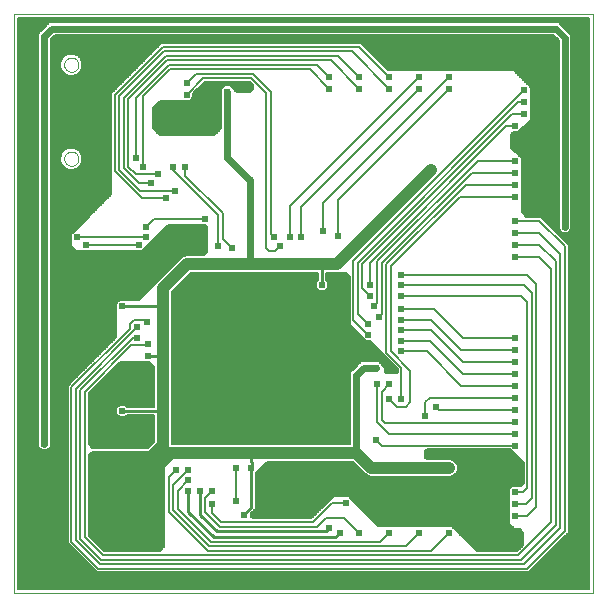
<source format=gbl>
G75*
G70*
%OFA0B0*%
%FSLAX24Y24*%
%IPPOS*%
%LPD*%
%AMOC8*
5,1,8,0,0,1.08239X$1,22.5*
%
%ADD10C,0.0000*%
%ADD11C,0.0238*%
%ADD12C,0.0400*%
%ADD13C,0.0100*%
%ADD14C,0.0240*%
%ADD15C,0.0060*%
D10*
X000980Y000980D02*
X000980Y020271D01*
X020271Y020271D01*
X020271Y000980D01*
X000980Y000980D01*
X002638Y015441D02*
X002640Y015471D01*
X002646Y015501D01*
X002655Y015530D01*
X002668Y015557D01*
X002685Y015582D01*
X002704Y015605D01*
X002727Y015626D01*
X002752Y015643D01*
X002778Y015657D01*
X002807Y015667D01*
X002836Y015674D01*
X002866Y015677D01*
X002897Y015676D01*
X002927Y015671D01*
X002956Y015662D01*
X002983Y015650D01*
X003009Y015635D01*
X003033Y015616D01*
X003054Y015594D01*
X003072Y015570D01*
X003087Y015543D01*
X003098Y015515D01*
X003106Y015486D01*
X003110Y015456D01*
X003110Y015426D01*
X003106Y015396D01*
X003098Y015367D01*
X003087Y015339D01*
X003072Y015312D01*
X003054Y015288D01*
X003033Y015266D01*
X003009Y015247D01*
X002983Y015232D01*
X002956Y015220D01*
X002927Y015211D01*
X002897Y015206D01*
X002866Y015205D01*
X002836Y015208D01*
X002807Y015215D01*
X002778Y015225D01*
X002752Y015239D01*
X002727Y015256D01*
X002704Y015277D01*
X002685Y015300D01*
X002668Y015325D01*
X002655Y015352D01*
X002646Y015381D01*
X002640Y015411D01*
X002638Y015441D01*
X002638Y018574D02*
X002640Y018604D01*
X002646Y018634D01*
X002655Y018663D01*
X002668Y018690D01*
X002685Y018715D01*
X002704Y018738D01*
X002727Y018759D01*
X002752Y018776D01*
X002778Y018790D01*
X002807Y018800D01*
X002836Y018807D01*
X002866Y018810D01*
X002897Y018809D01*
X002927Y018804D01*
X002956Y018795D01*
X002983Y018783D01*
X003009Y018768D01*
X003033Y018749D01*
X003054Y018727D01*
X003072Y018703D01*
X003087Y018676D01*
X003098Y018648D01*
X003106Y018619D01*
X003110Y018589D01*
X003110Y018559D01*
X003106Y018529D01*
X003098Y018500D01*
X003087Y018472D01*
X003072Y018445D01*
X003054Y018421D01*
X003033Y018399D01*
X003009Y018380D01*
X002983Y018365D01*
X002956Y018353D01*
X002927Y018344D01*
X002897Y018339D01*
X002866Y018338D01*
X002836Y018341D01*
X002807Y018348D01*
X002778Y018358D01*
X002752Y018372D01*
X002727Y018389D01*
X002704Y018410D01*
X002685Y018433D01*
X002668Y018458D01*
X002655Y018485D01*
X002646Y018514D01*
X002640Y018544D01*
X002638Y018574D01*
D11*
X001430Y019380D03*
X001530Y016980D03*
X001530Y016580D03*
X003430Y016580D03*
X003430Y016980D03*
X005030Y015480D03*
X005280Y015180D03*
X005780Y014930D03*
X005530Y014630D03*
X006030Y014130D03*
X006330Y014380D03*
X006280Y015180D03*
X006680Y015180D03*
X005980Y016580D03*
X005980Y016980D03*
X006730Y017580D03*
X006730Y017980D03*
X007680Y017830D03*
X008080Y017680D03*
X008680Y017830D03*
X010180Y019430D03*
X011480Y018180D03*
X011480Y017780D03*
X012480Y017780D03*
X012480Y018180D03*
X013480Y018180D03*
X013480Y017780D03*
X014480Y017780D03*
X014480Y018180D03*
X015480Y018180D03*
X015480Y017780D03*
X014980Y019430D03*
X013980Y019430D03*
X012980Y019430D03*
X011980Y019430D03*
X014880Y015080D03*
X012655Y012855D03*
X011780Y012880D03*
X011280Y013030D03*
X010530Y012830D03*
X010180Y012830D03*
X009830Y012530D03*
X009630Y012830D03*
X008830Y012980D03*
X008230Y012480D03*
X007780Y012530D03*
X007230Y013080D03*
X007330Y013430D03*
X006230Y012030D03*
X005930Y011780D03*
X005130Y012580D03*
X005380Y012830D03*
X005380Y013180D03*
X004580Y011480D03*
X004580Y010530D03*
X005080Y009830D03*
X005080Y009480D03*
X005430Y009280D03*
X005430Y008880D03*
X004580Y008480D03*
X003980Y009480D03*
X005399Y010011D03*
X007080Y010780D03*
X007080Y008780D03*
X009080Y008780D03*
X009080Y010780D03*
X011080Y010780D03*
X011230Y011230D03*
X012780Y009930D03*
X012780Y009580D03*
X013130Y010180D03*
X012980Y010530D03*
X012830Y010880D03*
X012830Y011230D03*
X013880Y011230D03*
X013880Y010880D03*
X013880Y010430D03*
X013880Y010080D03*
X013880Y009730D03*
X013880Y009380D03*
X013880Y009030D03*
X013530Y008480D03*
X013030Y008480D03*
X013080Y007930D03*
X013480Y007930D03*
X013480Y007430D03*
X013880Y007430D03*
X014680Y006880D03*
X015030Y007180D03*
X015130Y005580D03*
X014830Y005580D03*
X015480Y005130D03*
X013980Y004180D03*
X013980Y003730D03*
X013480Y002980D03*
X014480Y002980D03*
X015480Y002980D03*
X016130Y002830D03*
X017680Y002830D03*
X017680Y002480D03*
X017680Y003530D03*
X017680Y003930D03*
X017680Y004330D03*
X017680Y004730D03*
X017680Y005880D03*
X017680Y006280D03*
X017680Y006680D03*
X017680Y007080D03*
X017680Y007480D03*
X017680Y007880D03*
X017680Y008280D03*
X017680Y008680D03*
X017680Y009080D03*
X017680Y009480D03*
X019730Y009830D03*
X017680Y012180D03*
X017680Y012580D03*
X017680Y012980D03*
X017680Y013380D03*
X017680Y014180D03*
X017680Y014580D03*
X017680Y014980D03*
X017680Y015380D03*
X017680Y016130D03*
X017680Y016530D03*
X017980Y016930D03*
X017980Y017330D03*
X017980Y017730D03*
X018880Y019430D03*
X019730Y019430D03*
X019730Y014480D03*
X019330Y013180D03*
X013880Y011580D03*
X011080Y008780D03*
X011080Y006780D03*
X009080Y006780D03*
X008880Y005130D03*
X008380Y005130D03*
X007580Y004380D03*
X007180Y004380D03*
X006780Y004380D03*
X006780Y004730D03*
X006780Y005080D03*
X006380Y005080D03*
X007580Y003930D03*
X008380Y004030D03*
X008630Y003580D03*
X009030Y003580D03*
X007280Y001430D03*
X006930Y001430D03*
X004980Y003730D03*
X004980Y004080D03*
X004630Y004080D03*
X004280Y004080D03*
X004280Y003730D03*
X004630Y003730D03*
X003930Y003730D03*
X003930Y003380D03*
X003930Y003030D03*
X003930Y002680D03*
X003580Y003030D03*
X003580Y003380D03*
X003580Y003730D03*
X003580Y004080D03*
X003930Y004080D03*
X002330Y004180D03*
X001980Y004180D03*
X001980Y005930D03*
X002380Y008480D03*
X001530Y008480D03*
X001530Y009480D03*
X002380Y009480D03*
X002380Y010480D03*
X001530Y010480D03*
X001530Y011480D03*
X002380Y011480D03*
X001980Y012580D03*
X001980Y012880D03*
X003080Y012830D03*
X003380Y012580D03*
X004580Y007030D03*
X004580Y006230D03*
X007080Y006780D03*
X011480Y003130D03*
X011830Y002980D03*
X012480Y002980D03*
X012030Y003980D03*
X013030Y006080D03*
X012980Y001430D03*
X011980Y001430D03*
X013980Y001430D03*
X014980Y001430D03*
X019330Y001730D03*
X019730Y001730D03*
X019730Y005630D03*
X008830Y014730D03*
X003480Y001580D03*
X003030Y001580D03*
D12*
X005930Y005630D02*
X008880Y005630D01*
X012380Y005630D01*
X012880Y005130D01*
X015480Y005130D01*
X011730Y011930D02*
X011130Y011930D01*
X008680Y011930D01*
X006730Y011930D01*
X005930Y011130D01*
X005930Y010530D01*
X005930Y008880D01*
X005930Y007030D01*
X005930Y005630D01*
X011730Y011930D02*
X012655Y012855D01*
X014880Y015080D01*
D13*
X011230Y011830D02*
X011130Y011930D01*
X011230Y011830D02*
X011230Y011230D01*
X008830Y011980D02*
X008680Y011930D01*
X005930Y010530D02*
X004580Y010530D01*
X005430Y008880D02*
X005930Y008880D01*
X005930Y007030D02*
X004580Y007030D01*
X006780Y004380D02*
X006780Y003680D01*
X007630Y002830D01*
X011680Y002830D01*
X011830Y002980D01*
X011480Y003130D02*
X011380Y003030D01*
X007730Y003030D01*
X007180Y003580D01*
X007180Y004380D01*
X008630Y003580D02*
X008880Y003830D01*
X008880Y005130D01*
X008883Y005130D01*
X008883Y005329D01*
X008880Y005329D01*
X008880Y005630D01*
D14*
X012380Y005630D02*
X012380Y008230D01*
X012630Y008480D01*
X013030Y008480D01*
X008830Y011980D02*
X008830Y012980D01*
X008830Y014730D01*
X008080Y015480D01*
X008080Y017680D01*
X002230Y019780D02*
X001980Y019530D01*
X001980Y012880D01*
X001980Y012580D01*
X001980Y005930D01*
X002230Y019780D02*
X019030Y019780D01*
X019330Y019480D01*
X019330Y013180D01*
D15*
X019478Y013031D02*
X020141Y013031D01*
X020141Y012973D02*
X019420Y012973D01*
X019417Y012970D02*
X019540Y013093D01*
X019540Y019567D01*
X019240Y019867D01*
X019117Y019990D01*
X002143Y019990D01*
X001893Y019740D01*
X001770Y019617D01*
X001770Y012793D01*
X001770Y012667D01*
X001770Y005843D01*
X001893Y005720D01*
X002067Y005720D01*
X002190Y005843D01*
X002190Y019443D01*
X002317Y019570D01*
X018943Y019570D01*
X019120Y019393D01*
X019120Y013093D01*
X019243Y012970D01*
X019417Y012970D01*
X019537Y013090D02*
X020141Y013090D01*
X020141Y013148D02*
X019540Y013148D01*
X019540Y013207D02*
X020141Y013207D01*
X020141Y013265D02*
X019540Y013265D01*
X019540Y013324D02*
X020141Y013324D01*
X020141Y013382D02*
X019540Y013382D01*
X019540Y013441D02*
X020141Y013441D01*
X020141Y013499D02*
X019540Y013499D01*
X019540Y013558D02*
X020141Y013558D01*
X020141Y013616D02*
X019540Y013616D01*
X019540Y013675D02*
X020141Y013675D01*
X020141Y013733D02*
X019540Y013733D01*
X019540Y013792D02*
X020141Y013792D01*
X020141Y013850D02*
X019540Y013850D01*
X019540Y013909D02*
X020141Y013909D01*
X020141Y013967D02*
X019540Y013967D01*
X019540Y014026D02*
X020141Y014026D01*
X020141Y014084D02*
X019540Y014084D01*
X019540Y014143D02*
X020141Y014143D01*
X020141Y014201D02*
X019540Y014201D01*
X019540Y014260D02*
X020141Y014260D01*
X020141Y014318D02*
X019540Y014318D01*
X019540Y014377D02*
X020141Y014377D01*
X020141Y014435D02*
X019540Y014435D01*
X019540Y014494D02*
X020141Y014494D01*
X020141Y014552D02*
X019540Y014552D01*
X019540Y014611D02*
X020141Y014611D01*
X020141Y014669D02*
X019540Y014669D01*
X019540Y014728D02*
X020141Y014728D01*
X020141Y014786D02*
X019540Y014786D01*
X019540Y014845D02*
X020141Y014845D01*
X020141Y014903D02*
X019540Y014903D01*
X019540Y014962D02*
X020141Y014962D01*
X020141Y015020D02*
X019540Y015020D01*
X019540Y015079D02*
X020141Y015079D01*
X020141Y015137D02*
X019540Y015137D01*
X019540Y015196D02*
X020141Y015196D01*
X020141Y015254D02*
X019540Y015254D01*
X019540Y015313D02*
X020141Y015313D01*
X020141Y015371D02*
X019540Y015371D01*
X019540Y015430D02*
X020141Y015430D01*
X020141Y015488D02*
X019540Y015488D01*
X019540Y015547D02*
X020141Y015547D01*
X020141Y015605D02*
X019540Y015605D01*
X019540Y015664D02*
X020141Y015664D01*
X020141Y015722D02*
X019540Y015722D01*
X019540Y015781D02*
X020141Y015781D01*
X020141Y015839D02*
X019540Y015839D01*
X019540Y015898D02*
X020141Y015898D01*
X020141Y015956D02*
X019540Y015956D01*
X019540Y016015D02*
X020141Y016015D01*
X020141Y016073D02*
X019540Y016073D01*
X019540Y016132D02*
X020141Y016132D01*
X020141Y016190D02*
X019540Y016190D01*
X019540Y016249D02*
X020141Y016249D01*
X020141Y016307D02*
X019540Y016307D01*
X019540Y016366D02*
X020141Y016366D01*
X020141Y016424D02*
X019540Y016424D01*
X019540Y016483D02*
X020141Y016483D01*
X020141Y016541D02*
X019540Y016541D01*
X019540Y016600D02*
X020141Y016600D01*
X020141Y016658D02*
X019540Y016658D01*
X019540Y016717D02*
X020141Y016717D01*
X020141Y016775D02*
X019540Y016775D01*
X019540Y016834D02*
X020141Y016834D01*
X020141Y016892D02*
X019540Y016892D01*
X019540Y016951D02*
X020141Y016951D01*
X020141Y017009D02*
X019540Y017009D01*
X019540Y017068D02*
X020141Y017068D01*
X020141Y017126D02*
X019540Y017126D01*
X019540Y017185D02*
X020141Y017185D01*
X020141Y017243D02*
X019540Y017243D01*
X019540Y017302D02*
X020141Y017302D01*
X020141Y017360D02*
X019540Y017360D01*
X019540Y017419D02*
X020141Y017419D01*
X020141Y017477D02*
X019540Y017477D01*
X019540Y017536D02*
X020141Y017536D01*
X020141Y017594D02*
X019540Y017594D01*
X019540Y017653D02*
X020141Y017653D01*
X020141Y017711D02*
X019540Y017711D01*
X019540Y017770D02*
X020141Y017770D01*
X020141Y017828D02*
X019540Y017828D01*
X019540Y017887D02*
X020141Y017887D01*
X020141Y017945D02*
X019540Y017945D01*
X019540Y018004D02*
X020141Y018004D01*
X020141Y018062D02*
X019540Y018062D01*
X019540Y018121D02*
X020141Y018121D01*
X020141Y018179D02*
X019540Y018179D01*
X019540Y018238D02*
X020141Y018238D01*
X020141Y018296D02*
X019540Y018296D01*
X019540Y018355D02*
X020141Y018355D01*
X020141Y018413D02*
X019540Y018413D01*
X019540Y018472D02*
X020141Y018472D01*
X020141Y018530D02*
X019540Y018530D01*
X019540Y018589D02*
X020141Y018589D01*
X020141Y018647D02*
X019540Y018647D01*
X019540Y018706D02*
X020141Y018706D01*
X020141Y018764D02*
X019540Y018764D01*
X019540Y018823D02*
X020141Y018823D01*
X020141Y018881D02*
X019540Y018881D01*
X019540Y018940D02*
X020141Y018940D01*
X020141Y018998D02*
X019540Y018998D01*
X019540Y019057D02*
X020141Y019057D01*
X020141Y019115D02*
X019540Y019115D01*
X019540Y019174D02*
X020141Y019174D01*
X020141Y019232D02*
X019540Y019232D01*
X019540Y019291D02*
X020141Y019291D01*
X020141Y019349D02*
X019540Y019349D01*
X019540Y019408D02*
X020141Y019408D01*
X020141Y019466D02*
X019540Y019466D01*
X019540Y019525D02*
X020141Y019525D01*
X020141Y019583D02*
X019524Y019583D01*
X019465Y019642D02*
X020141Y019642D01*
X020141Y019700D02*
X019407Y019700D01*
X019348Y019759D02*
X020141Y019759D01*
X020141Y019817D02*
X019290Y019817D01*
X019231Y019876D02*
X020141Y019876D01*
X020141Y019934D02*
X019173Y019934D01*
X018988Y019525D02*
X002272Y019525D01*
X002213Y019466D02*
X019047Y019466D01*
X019105Y019408D02*
X002190Y019408D01*
X002190Y019349D02*
X019120Y019349D01*
X019120Y019291D02*
X012539Y019291D01*
X012530Y019300D02*
X005880Y019300D01*
X004280Y017700D01*
X004210Y017630D01*
X004210Y014980D01*
X004210Y014257D01*
X002915Y012962D01*
X002915Y012961D01*
X002871Y012917D01*
X002871Y012793D01*
X002870Y012792D01*
X002870Y012528D01*
X003010Y012388D01*
X003028Y012370D01*
X005232Y012370D01*
X006082Y013220D01*
X007338Y013220D01*
X007400Y013158D01*
X007400Y012332D01*
X007288Y012220D01*
X006672Y012220D01*
X006566Y012176D01*
X005766Y011376D01*
X005684Y011294D01*
X005682Y011290D01*
X005133Y010740D01*
X004568Y010740D01*
X004567Y010739D01*
X004493Y010739D01*
X004371Y010617D01*
X004371Y010478D01*
X004370Y010477D01*
X004370Y009490D01*
X002830Y007950D01*
X002760Y007880D01*
X002760Y002630D01*
X003660Y001730D01*
X003730Y001660D01*
X018130Y001660D01*
X019380Y002910D01*
X019450Y002980D01*
X019450Y012580D01*
X018530Y013500D01*
X018047Y013500D01*
X017890Y013657D01*
X017890Y015467D01*
X017872Y015485D01*
X017545Y015812D01*
X017545Y016248D01*
X017618Y016321D01*
X017767Y016321D01*
X017771Y016325D01*
X017772Y016325D01*
X018190Y016743D01*
X018190Y017757D01*
X018189Y017758D01*
X018189Y017792D01*
X018190Y017793D01*
X018190Y017817D01*
X017617Y018390D01*
X013440Y018390D01*
X012600Y019230D01*
X012530Y019300D01*
X012598Y019232D02*
X019120Y019232D01*
X019120Y019174D02*
X012656Y019174D01*
X012715Y019115D02*
X019120Y019115D01*
X019120Y019057D02*
X012773Y019057D01*
X012832Y018998D02*
X019120Y018998D01*
X019120Y018940D02*
X012890Y018940D01*
X012949Y018881D02*
X019120Y018881D01*
X019120Y018823D02*
X013007Y018823D01*
X013066Y018764D02*
X019120Y018764D01*
X019120Y018706D02*
X013124Y018706D01*
X013183Y018647D02*
X019120Y018647D01*
X019120Y018589D02*
X013241Y018589D01*
X013300Y018530D02*
X019120Y018530D01*
X019120Y018472D02*
X013358Y018472D01*
X013417Y018413D02*
X019120Y018413D01*
X019120Y018355D02*
X017653Y018355D01*
X017711Y018296D02*
X019120Y018296D01*
X019120Y018238D02*
X017770Y018238D01*
X017828Y018179D02*
X019120Y018179D01*
X019120Y018121D02*
X017887Y018121D01*
X017945Y018062D02*
X019120Y018062D01*
X019120Y018004D02*
X018004Y018004D01*
X018062Y017945D02*
X019120Y017945D01*
X019120Y017887D02*
X018121Y017887D01*
X018179Y017828D02*
X019120Y017828D01*
X019120Y017770D02*
X018189Y017770D01*
X018190Y017711D02*
X019120Y017711D01*
X019120Y017653D02*
X018190Y017653D01*
X018190Y017594D02*
X019120Y017594D01*
X019120Y017536D02*
X018190Y017536D01*
X018190Y017477D02*
X019120Y017477D01*
X019120Y017419D02*
X018190Y017419D01*
X018190Y017360D02*
X019120Y017360D01*
X019120Y017302D02*
X018190Y017302D01*
X018190Y017243D02*
X019120Y017243D01*
X019120Y017185D02*
X018190Y017185D01*
X018190Y017126D02*
X019120Y017126D01*
X019120Y017068D02*
X018190Y017068D01*
X018190Y017009D02*
X019120Y017009D01*
X019120Y016951D02*
X018190Y016951D01*
X018190Y016892D02*
X019120Y016892D01*
X019120Y016834D02*
X018190Y016834D01*
X018190Y016775D02*
X019120Y016775D01*
X019120Y016717D02*
X018164Y016717D01*
X018105Y016658D02*
X019120Y016658D01*
X019120Y016600D02*
X018047Y016600D01*
X017988Y016541D02*
X019120Y016541D01*
X019120Y016483D02*
X017930Y016483D01*
X017871Y016424D02*
X019120Y016424D01*
X019120Y016366D02*
X017813Y016366D01*
X017680Y016530D02*
X017380Y016530D01*
X012830Y011980D01*
X012830Y011230D01*
X012580Y011130D02*
X012830Y010880D01*
X012580Y011130D02*
X012580Y011930D01*
X017580Y016930D01*
X017980Y016930D01*
X017980Y017330D02*
X017780Y017330D01*
X012430Y011980D01*
X012430Y010280D01*
X012780Y009930D01*
X012780Y009580D02*
X012280Y010080D01*
X012280Y012030D01*
X017980Y017730D01*
X017604Y016307D02*
X019120Y016307D01*
X019120Y016249D02*
X017546Y016249D01*
X017545Y016190D02*
X019120Y016190D01*
X019120Y016132D02*
X017545Y016132D01*
X017545Y016073D02*
X019120Y016073D01*
X019120Y016015D02*
X017545Y016015D01*
X017545Y015956D02*
X019120Y015956D01*
X019120Y015898D02*
X017545Y015898D01*
X017545Y015839D02*
X019120Y015839D01*
X019120Y015781D02*
X017577Y015781D01*
X017635Y015722D02*
X019120Y015722D01*
X019120Y015664D02*
X017694Y015664D01*
X017752Y015605D02*
X019120Y015605D01*
X019120Y015547D02*
X017811Y015547D01*
X017869Y015488D02*
X019120Y015488D01*
X019120Y015430D02*
X017890Y015430D01*
X017890Y015371D02*
X019120Y015371D01*
X019120Y015313D02*
X017890Y015313D01*
X017890Y015254D02*
X019120Y015254D01*
X019120Y015196D02*
X017890Y015196D01*
X017890Y015137D02*
X019120Y015137D01*
X019120Y015079D02*
X017890Y015079D01*
X017890Y015020D02*
X019120Y015020D01*
X019120Y014962D02*
X017890Y014962D01*
X017890Y014903D02*
X019120Y014903D01*
X019120Y014845D02*
X017890Y014845D01*
X017890Y014786D02*
X019120Y014786D01*
X019120Y014728D02*
X017890Y014728D01*
X017890Y014669D02*
X019120Y014669D01*
X019120Y014611D02*
X017890Y014611D01*
X017890Y014552D02*
X019120Y014552D01*
X019120Y014494D02*
X017890Y014494D01*
X017890Y014435D02*
X019120Y014435D01*
X019120Y014377D02*
X017890Y014377D01*
X017890Y014318D02*
X019120Y014318D01*
X019120Y014260D02*
X017890Y014260D01*
X017890Y014201D02*
X019120Y014201D01*
X019120Y014143D02*
X017890Y014143D01*
X017890Y014084D02*
X019120Y014084D01*
X019120Y014026D02*
X017890Y014026D01*
X017890Y013967D02*
X019120Y013967D01*
X019120Y013909D02*
X017890Y013909D01*
X017890Y013850D02*
X019120Y013850D01*
X019120Y013792D02*
X017890Y013792D01*
X017890Y013733D02*
X019120Y013733D01*
X019120Y013675D02*
X017890Y013675D01*
X017931Y013616D02*
X019120Y013616D01*
X019120Y013558D02*
X017990Y013558D01*
X017680Y013380D02*
X018480Y013380D01*
X019330Y012530D01*
X019330Y003030D01*
X018080Y001780D01*
X003780Y001780D01*
X002880Y002680D01*
X002880Y007830D01*
X004830Y009780D01*
X004830Y009930D01*
X004980Y010080D01*
X005330Y010080D01*
X005399Y010011D01*
X005080Y009830D02*
X003030Y007780D01*
X003030Y002730D01*
X003830Y001930D01*
X017980Y001930D01*
X019180Y003130D01*
X019180Y012280D01*
X018480Y012980D01*
X017680Y012980D01*
X017680Y012580D02*
X018480Y012580D01*
X019030Y012030D01*
X019030Y003230D01*
X017880Y002080D01*
X003880Y002080D01*
X003180Y002780D01*
X003180Y007730D01*
X004930Y009480D01*
X005080Y009480D01*
X004880Y009230D02*
X003330Y007680D01*
X003330Y002830D01*
X003930Y002230D01*
X017780Y002230D01*
X018880Y003330D01*
X018880Y011780D01*
X018480Y012180D01*
X017680Y012180D01*
X018080Y011580D02*
X013880Y011580D01*
X013880Y011230D02*
X017980Y011230D01*
X018230Y010980D01*
X018230Y004130D01*
X018030Y003930D01*
X017680Y003930D01*
X017471Y003905D02*
X012397Y003905D01*
X012339Y003964D02*
X017471Y003964D01*
X017471Y004017D02*
X017471Y003843D01*
X017475Y003839D01*
X017475Y003621D01*
X017471Y003617D01*
X017471Y003443D01*
X017475Y003439D01*
X017475Y003258D01*
X017493Y003240D01*
X017615Y003118D01*
X017633Y003100D01*
X017818Y003100D01*
X017940Y002978D01*
X017940Y002560D01*
X017730Y002350D01*
X016407Y002350D01*
X015567Y003190D01*
X013112Y003190D01*
X012239Y004063D01*
X012239Y004067D01*
X012117Y004189D01*
X012113Y004189D01*
X012112Y004190D01*
X011623Y004190D01*
X011533Y004100D01*
X011530Y004100D01*
X010880Y003450D01*
X008922Y003450D01*
X008870Y003502D01*
X008870Y003622D01*
X008938Y003690D01*
X009020Y003772D01*
X009020Y004973D01*
X009387Y005340D01*
X012260Y005340D01*
X012634Y004966D01*
X012716Y004884D01*
X012822Y004840D01*
X015538Y004840D01*
X015644Y004884D01*
X015726Y004966D01*
X015770Y005072D01*
X015770Y005188D01*
X015726Y005294D01*
X015644Y005376D01*
X015538Y005420D01*
X014732Y005420D01*
X014675Y005477D01*
X014675Y005693D01*
X014742Y005760D01*
X017493Y005760D01*
X017960Y005293D01*
X017960Y004647D01*
X017853Y004540D01*
X017588Y004540D01*
X017570Y004522D01*
X017475Y004427D01*
X017475Y004421D01*
X017471Y004417D01*
X017471Y004243D01*
X017475Y004239D01*
X017475Y004021D01*
X017471Y004017D01*
X017475Y004022D02*
X012280Y004022D01*
X012225Y004081D02*
X017475Y004081D01*
X017475Y004139D02*
X012167Y004139D01*
X012030Y003980D02*
X011580Y003980D01*
X010930Y003330D01*
X007880Y003330D01*
X007580Y003630D01*
X007580Y003930D01*
X007330Y004130D02*
X007330Y003680D01*
X007830Y003180D01*
X011080Y003180D01*
X011380Y003480D01*
X011980Y003480D01*
X012480Y002980D01*
X012924Y003379D02*
X017475Y003379D01*
X017475Y003437D02*
X012865Y003437D01*
X012807Y003496D02*
X017471Y003496D01*
X017471Y003554D02*
X012748Y003554D01*
X012690Y003613D02*
X017471Y003613D01*
X017475Y003671D02*
X012631Y003671D01*
X012573Y003730D02*
X017475Y003730D01*
X017475Y003788D02*
X012514Y003788D01*
X012456Y003847D02*
X017471Y003847D01*
X017475Y004198D02*
X009020Y004198D01*
X009020Y004256D02*
X017471Y004256D01*
X017471Y004315D02*
X009020Y004315D01*
X009020Y004373D02*
X017471Y004373D01*
X017479Y004432D02*
X009020Y004432D01*
X009020Y004490D02*
X017538Y004490D01*
X017680Y004330D02*
X017930Y004330D01*
X018080Y004480D01*
X018080Y010680D01*
X017880Y010880D01*
X013880Y010880D01*
X013880Y010430D02*
X014980Y010430D01*
X015930Y009480D01*
X017680Y009480D01*
X017680Y009080D02*
X015880Y009080D01*
X014880Y010080D01*
X013880Y010080D01*
X013880Y009730D02*
X014880Y009730D01*
X015930Y008680D01*
X017680Y008680D01*
X017680Y008280D02*
X015930Y008280D01*
X014830Y009380D01*
X013880Y009380D01*
X013880Y009030D02*
X014730Y009030D01*
X015880Y007880D01*
X017680Y007880D01*
X017680Y007480D02*
X014830Y007480D01*
X014680Y007330D01*
X014680Y006880D01*
X015030Y007180D02*
X015130Y007080D01*
X017680Y007080D01*
X017680Y006680D02*
X017630Y006630D01*
X013330Y006630D01*
X013230Y006730D01*
X013230Y007680D01*
X013480Y007930D01*
X013377Y008290D02*
X013325Y008342D01*
X013325Y008482D01*
X013307Y008500D01*
X013117Y008690D01*
X012543Y008690D01*
X012293Y008440D01*
X012170Y008317D01*
X012170Y005920D01*
X006220Y005920D01*
X006220Y011010D01*
X006850Y011640D01*
X011090Y011640D01*
X011090Y011386D01*
X011021Y011317D01*
X011021Y011143D01*
X011143Y011021D01*
X011317Y011021D01*
X011439Y011143D01*
X011439Y011317D01*
X011370Y011386D01*
X011370Y011640D01*
X012018Y011640D01*
X012160Y011498D01*
X012160Y009903D01*
X012690Y009373D01*
X012708Y009355D01*
X012838Y009355D01*
X013260Y008933D01*
X013260Y008930D01*
X013330Y008860D01*
X013330Y008860D01*
X013760Y008430D01*
X013760Y008327D01*
X013723Y008290D01*
X013377Y008290D01*
X013375Y008293D02*
X013725Y008293D01*
X013760Y008351D02*
X013325Y008351D01*
X013325Y008410D02*
X013760Y008410D01*
X013722Y008468D02*
X013325Y008468D01*
X013281Y008527D02*
X013664Y008527D01*
X013605Y008585D02*
X013222Y008585D01*
X013164Y008644D02*
X013547Y008644D01*
X013488Y008702D02*
X006220Y008702D01*
X006220Y008644D02*
X012497Y008644D01*
X012438Y008585D02*
X006220Y008585D01*
X006220Y008527D02*
X012380Y008527D01*
X012321Y008468D02*
X006220Y008468D01*
X006220Y008410D02*
X012263Y008410D01*
X012204Y008351D02*
X006220Y008351D01*
X006220Y008293D02*
X012170Y008293D01*
X012170Y008234D02*
X006220Y008234D01*
X006220Y008176D02*
X012170Y008176D01*
X012170Y008117D02*
X006220Y008117D01*
X006220Y008059D02*
X012170Y008059D01*
X012170Y008000D02*
X006220Y008000D01*
X006220Y007942D02*
X012170Y007942D01*
X012170Y007883D02*
X006220Y007883D01*
X006220Y007825D02*
X012170Y007825D01*
X012170Y007766D02*
X006220Y007766D01*
X006220Y007708D02*
X012170Y007708D01*
X012170Y007649D02*
X006220Y007649D01*
X006220Y007591D02*
X012170Y007591D01*
X012170Y007532D02*
X006220Y007532D01*
X006220Y007474D02*
X012170Y007474D01*
X012170Y007415D02*
X006220Y007415D01*
X006220Y007357D02*
X012170Y007357D01*
X012170Y007298D02*
X006220Y007298D01*
X006220Y007240D02*
X012170Y007240D01*
X012170Y007181D02*
X006220Y007181D01*
X006220Y007123D02*
X012170Y007123D01*
X012170Y007064D02*
X006220Y007064D01*
X006220Y007006D02*
X012170Y007006D01*
X012170Y006947D02*
X006220Y006947D01*
X006220Y006889D02*
X012170Y006889D01*
X012170Y006830D02*
X006220Y006830D01*
X006220Y006772D02*
X012170Y006772D01*
X012170Y006713D02*
X006220Y006713D01*
X006220Y006655D02*
X012170Y006655D01*
X012170Y006596D02*
X006220Y006596D01*
X006220Y006538D02*
X012170Y006538D01*
X012170Y006479D02*
X006220Y006479D01*
X006220Y006421D02*
X012170Y006421D01*
X012170Y006362D02*
X006220Y006362D01*
X006220Y006304D02*
X012170Y006304D01*
X012170Y006245D02*
X006220Y006245D01*
X006220Y006187D02*
X012170Y006187D01*
X012170Y006128D02*
X006220Y006128D01*
X006220Y006070D02*
X012170Y006070D01*
X012170Y006011D02*
X006220Y006011D01*
X006220Y005953D02*
X012170Y005953D01*
X012291Y005309D02*
X009356Y005309D01*
X009298Y005251D02*
X012349Y005251D01*
X012408Y005192D02*
X009239Y005192D01*
X009181Y005134D02*
X012466Y005134D01*
X012525Y005075D02*
X009122Y005075D01*
X009064Y005017D02*
X012583Y005017D01*
X012642Y004958D02*
X009020Y004958D01*
X009020Y004900D02*
X012700Y004900D01*
X012820Y004841D02*
X009020Y004841D01*
X009020Y004783D02*
X017960Y004783D01*
X017960Y004841D02*
X015540Y004841D01*
X015660Y004900D02*
X017960Y004900D01*
X017960Y004958D02*
X015718Y004958D01*
X015747Y005017D02*
X017960Y005017D01*
X017960Y005075D02*
X015770Y005075D01*
X015770Y005134D02*
X017960Y005134D01*
X017960Y005192D02*
X015768Y005192D01*
X015744Y005251D02*
X017960Y005251D01*
X017944Y005309D02*
X015711Y005309D01*
X015653Y005368D02*
X017885Y005368D01*
X017827Y005426D02*
X014726Y005426D01*
X014675Y005485D02*
X017768Y005485D01*
X017710Y005543D02*
X014675Y005543D01*
X014675Y005602D02*
X017651Y005602D01*
X017593Y005660D02*
X014675Y005660D01*
X014701Y005719D02*
X017534Y005719D01*
X017680Y005880D02*
X013230Y005880D01*
X013030Y006080D01*
X013480Y006280D02*
X013080Y006680D01*
X013080Y007930D01*
X013480Y007430D02*
X013730Y007180D01*
X014030Y007180D01*
X014180Y007330D01*
X014180Y008380D01*
X013530Y009030D01*
X013530Y011880D01*
X015830Y014180D01*
X017680Y014180D01*
X017680Y014580D02*
X016030Y014580D01*
X013380Y011930D01*
X013380Y008980D01*
X013880Y008480D01*
X013880Y007430D01*
X013480Y006280D02*
X017680Y006280D01*
X017960Y004724D02*
X009020Y004724D01*
X009020Y004666D02*
X017960Y004666D01*
X017920Y004607D02*
X009020Y004607D01*
X009020Y004549D02*
X017861Y004549D01*
X018380Y003830D02*
X018080Y003530D01*
X017680Y003530D01*
X017475Y003320D02*
X012982Y003320D01*
X013041Y003262D02*
X017475Y003262D01*
X017530Y003203D02*
X013099Y003203D01*
X013480Y002980D02*
X013180Y002680D01*
X007530Y002680D01*
X006430Y003780D01*
X006430Y004380D01*
X006780Y004730D01*
X006780Y005080D02*
X006280Y004580D01*
X006280Y003730D01*
X007480Y002530D01*
X014030Y002530D01*
X014480Y002980D01*
X014880Y002380D02*
X015480Y002980D01*
X015613Y003145D02*
X017588Y003145D01*
X017832Y003086D02*
X015671Y003086D01*
X015730Y003028D02*
X017890Y003028D01*
X017940Y002969D02*
X015788Y002969D01*
X015847Y002911D02*
X017940Y002911D01*
X017940Y002852D02*
X015905Y002852D01*
X015964Y002794D02*
X017940Y002794D01*
X017940Y002735D02*
X016022Y002735D01*
X016081Y002677D02*
X017940Y002677D01*
X017940Y002618D02*
X016139Y002618D01*
X016198Y002560D02*
X017940Y002560D01*
X017881Y002501D02*
X016256Y002501D01*
X016315Y002443D02*
X017823Y002443D01*
X017764Y002384D02*
X016373Y002384D01*
X014880Y002380D02*
X007430Y002380D01*
X006130Y003680D01*
X006130Y004830D01*
X006380Y005080D01*
X006051Y005251D02*
X003450Y005251D01*
X003450Y005309D02*
X006109Y005309D01*
X006168Y005368D02*
X003450Y005368D01*
X003450Y005426D02*
X006226Y005426D01*
X006285Y005485D02*
X003450Y005485D01*
X003450Y005543D02*
X006317Y005543D01*
X006330Y005530D02*
X005980Y005180D01*
X005980Y002530D01*
X005830Y002380D01*
X003950Y002380D01*
X003478Y002852D01*
X005980Y002852D01*
X005980Y002794D02*
X003536Y002794D01*
X003478Y002852D02*
X003450Y004410D01*
X003450Y005550D01*
X003580Y005680D01*
X005480Y005680D01*
X005830Y006030D01*
X006330Y005530D01*
X006258Y005602D02*
X003502Y005602D01*
X003560Y005660D02*
X006200Y005660D01*
X006141Y005719D02*
X005519Y005719D01*
X005577Y005777D02*
X006083Y005777D01*
X006024Y005836D02*
X005636Y005836D01*
X005694Y005894D02*
X005966Y005894D01*
X005907Y005953D02*
X005753Y005953D01*
X005811Y006011D02*
X005849Y006011D01*
X005640Y006011D02*
X003450Y006011D01*
X003450Y005953D02*
X005583Y005953D01*
X005640Y006010D02*
X005430Y005800D01*
X003577Y005800D01*
X003450Y005927D01*
X003450Y007630D01*
X004490Y008670D01*
X005473Y008670D01*
X005640Y008503D01*
X005640Y007170D01*
X004736Y007170D01*
X004667Y007239D01*
X004493Y007239D01*
X004371Y007117D01*
X004371Y006943D01*
X004493Y006821D01*
X004667Y006821D01*
X004736Y006890D01*
X005640Y006890D01*
X005640Y006010D01*
X005640Y006070D02*
X003450Y006070D01*
X003450Y006128D02*
X005640Y006128D01*
X005640Y006187D02*
X003450Y006187D01*
X003450Y006245D02*
X005640Y006245D01*
X005640Y006304D02*
X003450Y006304D01*
X003450Y006362D02*
X005640Y006362D01*
X005640Y006421D02*
X003450Y006421D01*
X003450Y006479D02*
X005640Y006479D01*
X005640Y006538D02*
X003450Y006538D01*
X003450Y006596D02*
X005640Y006596D01*
X005640Y006655D02*
X003450Y006655D01*
X003450Y006713D02*
X005640Y006713D01*
X005640Y006772D02*
X003450Y006772D01*
X003450Y006830D02*
X004484Y006830D01*
X004426Y006889D02*
X003450Y006889D01*
X003450Y006947D02*
X004371Y006947D01*
X004371Y007006D02*
X003450Y007006D01*
X003450Y007064D02*
X004371Y007064D01*
X004377Y007123D02*
X003450Y007123D01*
X003450Y007181D02*
X004435Y007181D01*
X004676Y006830D02*
X005640Y006830D01*
X005640Y006889D02*
X004734Y006889D01*
X004725Y007181D02*
X005640Y007181D01*
X005640Y007240D02*
X003450Y007240D01*
X003450Y007298D02*
X005640Y007298D01*
X005640Y007357D02*
X003450Y007357D01*
X003450Y007415D02*
X005640Y007415D01*
X005640Y007474D02*
X003450Y007474D01*
X003450Y007532D02*
X005640Y007532D01*
X005640Y007591D02*
X003450Y007591D01*
X003469Y007649D02*
X005640Y007649D01*
X005640Y007708D02*
X003527Y007708D01*
X003586Y007766D02*
X005640Y007766D01*
X005640Y007825D02*
X003644Y007825D01*
X003703Y007883D02*
X005640Y007883D01*
X005640Y007942D02*
X003761Y007942D01*
X003820Y008000D02*
X005640Y008000D01*
X005640Y008059D02*
X003878Y008059D01*
X003937Y008117D02*
X005640Y008117D01*
X005640Y008176D02*
X003995Y008176D01*
X004054Y008234D02*
X005640Y008234D01*
X005640Y008293D02*
X004112Y008293D01*
X004171Y008351D02*
X005640Y008351D01*
X005640Y008410D02*
X004229Y008410D01*
X004288Y008468D02*
X005640Y008468D01*
X005616Y008527D02*
X004346Y008527D01*
X004405Y008585D02*
X005558Y008585D01*
X005499Y008644D02*
X004463Y008644D01*
X003992Y009112D02*
X002190Y009112D01*
X002190Y009170D02*
X004050Y009170D01*
X004109Y009229D02*
X002190Y009229D01*
X002190Y009287D02*
X004167Y009287D01*
X004226Y009346D02*
X002190Y009346D01*
X002190Y009404D02*
X004284Y009404D01*
X004343Y009463D02*
X002190Y009463D01*
X002190Y009521D02*
X004370Y009521D01*
X004370Y009580D02*
X002190Y009580D01*
X002190Y009638D02*
X004370Y009638D01*
X004370Y009697D02*
X002190Y009697D01*
X002190Y009755D02*
X004370Y009755D01*
X004370Y009814D02*
X002190Y009814D01*
X002190Y009872D02*
X004370Y009872D01*
X004370Y009931D02*
X002190Y009931D01*
X002190Y009989D02*
X004370Y009989D01*
X004370Y010048D02*
X002190Y010048D01*
X002190Y010106D02*
X004370Y010106D01*
X004370Y010165D02*
X002190Y010165D01*
X002190Y010223D02*
X004370Y010223D01*
X004370Y010282D02*
X002190Y010282D01*
X002190Y010340D02*
X004370Y010340D01*
X004370Y010399D02*
X002190Y010399D01*
X002190Y010457D02*
X004370Y010457D01*
X004371Y010516D02*
X002190Y010516D01*
X002190Y010574D02*
X004371Y010574D01*
X004387Y010633D02*
X002190Y010633D01*
X002190Y010691D02*
X004445Y010691D01*
X005142Y010750D02*
X002190Y010750D01*
X002190Y010808D02*
X005201Y010808D01*
X005259Y010867D02*
X002190Y010867D01*
X002190Y010925D02*
X005318Y010925D01*
X005376Y010984D02*
X002190Y010984D01*
X002190Y011042D02*
X005435Y011042D01*
X005493Y011101D02*
X002190Y011101D01*
X002190Y011159D02*
X005552Y011159D01*
X005610Y011218D02*
X002190Y011218D01*
X002190Y011276D02*
X005669Y011276D01*
X005724Y011335D02*
X002190Y011335D01*
X002190Y011393D02*
X005783Y011393D01*
X005841Y011452D02*
X002190Y011452D01*
X002190Y011510D02*
X005900Y011510D01*
X005958Y011569D02*
X002190Y011569D01*
X002190Y011627D02*
X006017Y011627D01*
X006075Y011686D02*
X002190Y011686D01*
X002190Y011744D02*
X006134Y011744D01*
X006192Y011803D02*
X002190Y011803D01*
X002190Y011861D02*
X006251Y011861D01*
X006309Y011920D02*
X002190Y011920D01*
X002190Y011978D02*
X006368Y011978D01*
X006426Y012037D02*
X002190Y012037D01*
X002190Y012095D02*
X006485Y012095D01*
X006543Y012154D02*
X002190Y012154D01*
X002190Y012212D02*
X006653Y012212D01*
X006837Y011627D02*
X011090Y011627D01*
X011090Y011569D02*
X006779Y011569D01*
X006720Y011510D02*
X011090Y011510D01*
X011090Y011452D02*
X006662Y011452D01*
X006603Y011393D02*
X011090Y011393D01*
X011039Y011335D02*
X006545Y011335D01*
X006486Y011276D02*
X011021Y011276D01*
X011021Y011218D02*
X006428Y011218D01*
X006369Y011159D02*
X011021Y011159D01*
X011064Y011101D02*
X006311Y011101D01*
X006252Y011042D02*
X011122Y011042D01*
X011338Y011042D02*
X012160Y011042D01*
X012160Y010984D02*
X006220Y010984D01*
X006220Y010925D02*
X012160Y010925D01*
X012160Y010867D02*
X006220Y010867D01*
X006220Y010808D02*
X012160Y010808D01*
X012160Y010750D02*
X006220Y010750D01*
X006220Y010691D02*
X012160Y010691D01*
X012160Y010633D02*
X006220Y010633D01*
X006220Y010574D02*
X012160Y010574D01*
X012160Y010516D02*
X006220Y010516D01*
X006220Y010457D02*
X012160Y010457D01*
X012160Y010399D02*
X006220Y010399D01*
X006220Y010340D02*
X012160Y010340D01*
X012160Y010282D02*
X006220Y010282D01*
X006220Y010223D02*
X012160Y010223D01*
X012160Y010165D02*
X006220Y010165D01*
X006220Y010106D02*
X012160Y010106D01*
X012160Y010048D02*
X006220Y010048D01*
X006220Y009989D02*
X012160Y009989D01*
X012160Y009931D02*
X006220Y009931D01*
X006220Y009872D02*
X012191Y009872D01*
X012249Y009814D02*
X006220Y009814D01*
X006220Y009755D02*
X012308Y009755D01*
X012366Y009697D02*
X006220Y009697D01*
X006220Y009638D02*
X012425Y009638D01*
X012483Y009580D02*
X006220Y009580D01*
X006220Y009521D02*
X012542Y009521D01*
X012600Y009463D02*
X006220Y009463D01*
X006220Y009404D02*
X012659Y009404D01*
X012847Y009346D02*
X006220Y009346D01*
X006220Y009287D02*
X012906Y009287D01*
X012964Y009229D02*
X006220Y009229D01*
X006220Y009170D02*
X013023Y009170D01*
X013081Y009112D02*
X006220Y009112D01*
X006220Y009053D02*
X013140Y009053D01*
X013198Y008995D02*
X006220Y008995D01*
X006220Y008936D02*
X013257Y008936D01*
X013313Y008878D02*
X006220Y008878D01*
X006220Y008819D02*
X013371Y008819D01*
X013430Y008761D02*
X006220Y008761D01*
X005430Y009280D02*
X005380Y009230D01*
X004880Y009230D01*
X003933Y009053D02*
X002190Y009053D01*
X002190Y008995D02*
X003875Y008995D01*
X003816Y008936D02*
X002190Y008936D01*
X002190Y008878D02*
X003758Y008878D01*
X003699Y008819D02*
X002190Y008819D01*
X002190Y008761D02*
X003641Y008761D01*
X003582Y008702D02*
X002190Y008702D01*
X002190Y008644D02*
X003524Y008644D01*
X003465Y008585D02*
X002190Y008585D01*
X002190Y008527D02*
X003407Y008527D01*
X003348Y008468D02*
X002190Y008468D01*
X002190Y008410D02*
X003290Y008410D01*
X003231Y008351D02*
X002190Y008351D01*
X002190Y008293D02*
X003173Y008293D01*
X003114Y008234D02*
X002190Y008234D01*
X002190Y008176D02*
X003056Y008176D01*
X002997Y008117D02*
X002190Y008117D01*
X002190Y008059D02*
X002939Y008059D01*
X002880Y008000D02*
X002190Y008000D01*
X002190Y007942D02*
X002822Y007942D01*
X002763Y007883D02*
X002190Y007883D01*
X002190Y007825D02*
X002760Y007825D01*
X002760Y007766D02*
X002190Y007766D01*
X002190Y007708D02*
X002760Y007708D01*
X002760Y007649D02*
X002190Y007649D01*
X002190Y007591D02*
X002760Y007591D01*
X002760Y007532D02*
X002190Y007532D01*
X002190Y007474D02*
X002760Y007474D01*
X002760Y007415D02*
X002190Y007415D01*
X002190Y007357D02*
X002760Y007357D01*
X002760Y007298D02*
X002190Y007298D01*
X002190Y007240D02*
X002760Y007240D01*
X002760Y007181D02*
X002190Y007181D01*
X002190Y007123D02*
X002760Y007123D01*
X002760Y007064D02*
X002190Y007064D01*
X002190Y007006D02*
X002760Y007006D01*
X002760Y006947D02*
X002190Y006947D01*
X002190Y006889D02*
X002760Y006889D01*
X002760Y006830D02*
X002190Y006830D01*
X002190Y006772D02*
X002760Y006772D01*
X002760Y006713D02*
X002190Y006713D01*
X002190Y006655D02*
X002760Y006655D01*
X002760Y006596D02*
X002190Y006596D01*
X002190Y006538D02*
X002760Y006538D01*
X002760Y006479D02*
X002190Y006479D01*
X002190Y006421D02*
X002760Y006421D01*
X002760Y006362D02*
X002190Y006362D01*
X002190Y006304D02*
X002760Y006304D01*
X002760Y006245D02*
X002190Y006245D01*
X002190Y006187D02*
X002760Y006187D01*
X002760Y006128D02*
X002190Y006128D01*
X002190Y006070D02*
X002760Y006070D01*
X002760Y006011D02*
X002190Y006011D01*
X002190Y005953D02*
X002760Y005953D01*
X002760Y005894D02*
X002190Y005894D01*
X002183Y005836D02*
X002760Y005836D01*
X002760Y005777D02*
X002124Y005777D01*
X001836Y005777D02*
X001110Y005777D01*
X001110Y005719D02*
X002760Y005719D01*
X002760Y005660D02*
X001110Y005660D01*
X001110Y005602D02*
X002760Y005602D01*
X002760Y005543D02*
X001110Y005543D01*
X001110Y005485D02*
X002760Y005485D01*
X002760Y005426D02*
X001110Y005426D01*
X001110Y005368D02*
X002760Y005368D01*
X002760Y005309D02*
X001110Y005309D01*
X001110Y005251D02*
X002760Y005251D01*
X002760Y005192D02*
X001110Y005192D01*
X001110Y005134D02*
X002760Y005134D01*
X002760Y005075D02*
X001110Y005075D01*
X001110Y005017D02*
X002760Y005017D01*
X002760Y004958D02*
X001110Y004958D01*
X001110Y004900D02*
X002760Y004900D01*
X002760Y004841D02*
X001110Y004841D01*
X001110Y004783D02*
X002760Y004783D01*
X002760Y004724D02*
X001110Y004724D01*
X001110Y004666D02*
X002760Y004666D01*
X002760Y004607D02*
X001110Y004607D01*
X001110Y004549D02*
X002760Y004549D01*
X002760Y004490D02*
X001110Y004490D01*
X001110Y004432D02*
X002760Y004432D01*
X002760Y004373D02*
X001110Y004373D01*
X001110Y004315D02*
X002760Y004315D01*
X002760Y004256D02*
X001110Y004256D01*
X001110Y004198D02*
X002760Y004198D01*
X002760Y004139D02*
X001110Y004139D01*
X001110Y004081D02*
X002760Y004081D01*
X002760Y004022D02*
X001110Y004022D01*
X001110Y003964D02*
X002760Y003964D01*
X002760Y003905D02*
X001110Y003905D01*
X001110Y003847D02*
X002760Y003847D01*
X002760Y003788D02*
X001110Y003788D01*
X001110Y003730D02*
X002760Y003730D01*
X002760Y003671D02*
X001110Y003671D01*
X001110Y003613D02*
X002760Y003613D01*
X002760Y003554D02*
X001110Y003554D01*
X001110Y003496D02*
X002760Y003496D01*
X002760Y003437D02*
X001110Y003437D01*
X001110Y003379D02*
X002760Y003379D01*
X002760Y003320D02*
X001110Y003320D01*
X001110Y003262D02*
X002760Y003262D01*
X002760Y003203D02*
X001110Y003203D01*
X001110Y003145D02*
X002760Y003145D01*
X002760Y003086D02*
X001110Y003086D01*
X001110Y003028D02*
X002760Y003028D01*
X002760Y002969D02*
X001110Y002969D01*
X001110Y002911D02*
X002760Y002911D01*
X002760Y002852D02*
X001110Y002852D01*
X001110Y002794D02*
X002760Y002794D01*
X002760Y002735D02*
X001110Y002735D01*
X001110Y002677D02*
X002760Y002677D01*
X002772Y002618D02*
X001110Y002618D01*
X001110Y002560D02*
X002831Y002560D01*
X002889Y002501D02*
X001110Y002501D01*
X001110Y002443D02*
X002948Y002443D01*
X003006Y002384D02*
X001110Y002384D01*
X001110Y002326D02*
X003065Y002326D01*
X003123Y002267D02*
X001110Y002267D01*
X001110Y002209D02*
X003182Y002209D01*
X003240Y002150D02*
X001110Y002150D01*
X001110Y002092D02*
X003299Y002092D01*
X003357Y002033D02*
X001110Y002033D01*
X001110Y001975D02*
X003416Y001975D01*
X003474Y001916D02*
X001110Y001916D01*
X001110Y001858D02*
X003533Y001858D01*
X003591Y001799D02*
X001110Y001799D01*
X001110Y001741D02*
X003650Y001741D01*
X003708Y001682D02*
X001110Y001682D01*
X001110Y001624D02*
X020141Y001624D01*
X020141Y001682D02*
X018152Y001682D01*
X018210Y001741D02*
X020141Y001741D01*
X020141Y001799D02*
X018269Y001799D01*
X018327Y001858D02*
X020141Y001858D01*
X020141Y001916D02*
X018386Y001916D01*
X018444Y001975D02*
X020141Y001975D01*
X020141Y002033D02*
X018503Y002033D01*
X018561Y002092D02*
X020141Y002092D01*
X020141Y002150D02*
X018620Y002150D01*
X018678Y002209D02*
X020141Y002209D01*
X020141Y002267D02*
X018737Y002267D01*
X018795Y002326D02*
X020141Y002326D01*
X020141Y002384D02*
X018854Y002384D01*
X018912Y002443D02*
X020141Y002443D01*
X020141Y002501D02*
X018971Y002501D01*
X019029Y002560D02*
X020141Y002560D01*
X020141Y002618D02*
X019088Y002618D01*
X019146Y002677D02*
X020141Y002677D01*
X020141Y002735D02*
X019205Y002735D01*
X019263Y002794D02*
X020141Y002794D01*
X020141Y002852D02*
X019322Y002852D01*
X019380Y002911D02*
X020141Y002911D01*
X020141Y002969D02*
X019439Y002969D01*
X019450Y003028D02*
X020141Y003028D01*
X020141Y003086D02*
X019450Y003086D01*
X019450Y003145D02*
X020141Y003145D01*
X020141Y003203D02*
X019450Y003203D01*
X019450Y003262D02*
X020141Y003262D01*
X020141Y003320D02*
X019450Y003320D01*
X019450Y003379D02*
X020141Y003379D01*
X020141Y003437D02*
X019450Y003437D01*
X019450Y003496D02*
X020141Y003496D01*
X020141Y003554D02*
X019450Y003554D01*
X019450Y003613D02*
X020141Y003613D01*
X020141Y003671D02*
X019450Y003671D01*
X019450Y003730D02*
X020141Y003730D01*
X020141Y003788D02*
X019450Y003788D01*
X019450Y003847D02*
X020141Y003847D01*
X020141Y003905D02*
X019450Y003905D01*
X019450Y003964D02*
X020141Y003964D01*
X020141Y004022D02*
X019450Y004022D01*
X019450Y004081D02*
X020141Y004081D01*
X020141Y004139D02*
X019450Y004139D01*
X019450Y004198D02*
X020141Y004198D01*
X020141Y004256D02*
X019450Y004256D01*
X019450Y004315D02*
X020141Y004315D01*
X020141Y004373D02*
X019450Y004373D01*
X019450Y004432D02*
X020141Y004432D01*
X020141Y004490D02*
X019450Y004490D01*
X019450Y004549D02*
X020141Y004549D01*
X020141Y004607D02*
X019450Y004607D01*
X019450Y004666D02*
X020141Y004666D01*
X020141Y004724D02*
X019450Y004724D01*
X019450Y004783D02*
X020141Y004783D01*
X020141Y004841D02*
X019450Y004841D01*
X019450Y004900D02*
X020141Y004900D01*
X020141Y004958D02*
X019450Y004958D01*
X019450Y005017D02*
X020141Y005017D01*
X020141Y005075D02*
X019450Y005075D01*
X019450Y005134D02*
X020141Y005134D01*
X020141Y005192D02*
X019450Y005192D01*
X019450Y005251D02*
X020141Y005251D01*
X020141Y005309D02*
X019450Y005309D01*
X019450Y005368D02*
X020141Y005368D01*
X020141Y005426D02*
X019450Y005426D01*
X019450Y005485D02*
X020141Y005485D01*
X020141Y005543D02*
X019450Y005543D01*
X019450Y005602D02*
X020141Y005602D01*
X020141Y005660D02*
X019450Y005660D01*
X019450Y005719D02*
X020141Y005719D01*
X020141Y005777D02*
X019450Y005777D01*
X019450Y005836D02*
X020141Y005836D01*
X020141Y005894D02*
X019450Y005894D01*
X019450Y005953D02*
X020141Y005953D01*
X020141Y006011D02*
X019450Y006011D01*
X019450Y006070D02*
X020141Y006070D01*
X020141Y006128D02*
X019450Y006128D01*
X019450Y006187D02*
X020141Y006187D01*
X020141Y006245D02*
X019450Y006245D01*
X019450Y006304D02*
X020141Y006304D01*
X020141Y006362D02*
X019450Y006362D01*
X019450Y006421D02*
X020141Y006421D01*
X020141Y006479D02*
X019450Y006479D01*
X019450Y006538D02*
X020141Y006538D01*
X020141Y006596D02*
X019450Y006596D01*
X019450Y006655D02*
X020141Y006655D01*
X020141Y006713D02*
X019450Y006713D01*
X019450Y006772D02*
X020141Y006772D01*
X020141Y006830D02*
X019450Y006830D01*
X019450Y006889D02*
X020141Y006889D01*
X020141Y006947D02*
X019450Y006947D01*
X019450Y007006D02*
X020141Y007006D01*
X020141Y007064D02*
X019450Y007064D01*
X019450Y007123D02*
X020141Y007123D01*
X020141Y007181D02*
X019450Y007181D01*
X019450Y007240D02*
X020141Y007240D01*
X020141Y007298D02*
X019450Y007298D01*
X019450Y007357D02*
X020141Y007357D01*
X020141Y007415D02*
X019450Y007415D01*
X019450Y007474D02*
X020141Y007474D01*
X020141Y007532D02*
X019450Y007532D01*
X019450Y007591D02*
X020141Y007591D01*
X020141Y007649D02*
X019450Y007649D01*
X019450Y007708D02*
X020141Y007708D01*
X020141Y007766D02*
X019450Y007766D01*
X019450Y007825D02*
X020141Y007825D01*
X020141Y007883D02*
X019450Y007883D01*
X019450Y007942D02*
X020141Y007942D01*
X020141Y008000D02*
X019450Y008000D01*
X019450Y008059D02*
X020141Y008059D01*
X020141Y008117D02*
X019450Y008117D01*
X019450Y008176D02*
X020141Y008176D01*
X020141Y008234D02*
X019450Y008234D01*
X019450Y008293D02*
X020141Y008293D01*
X020141Y008351D02*
X019450Y008351D01*
X019450Y008410D02*
X020141Y008410D01*
X020141Y008468D02*
X019450Y008468D01*
X019450Y008527D02*
X020141Y008527D01*
X020141Y008585D02*
X019450Y008585D01*
X019450Y008644D02*
X020141Y008644D01*
X020141Y008702D02*
X019450Y008702D01*
X019450Y008761D02*
X020141Y008761D01*
X020141Y008819D02*
X019450Y008819D01*
X019450Y008878D02*
X020141Y008878D01*
X020141Y008936D02*
X019450Y008936D01*
X019450Y008995D02*
X020141Y008995D01*
X020141Y009053D02*
X019450Y009053D01*
X019450Y009112D02*
X020141Y009112D01*
X020141Y009170D02*
X019450Y009170D01*
X019450Y009229D02*
X020141Y009229D01*
X020141Y009287D02*
X019450Y009287D01*
X019450Y009346D02*
X020141Y009346D01*
X020141Y009404D02*
X019450Y009404D01*
X019450Y009463D02*
X020141Y009463D01*
X020141Y009521D02*
X019450Y009521D01*
X019450Y009580D02*
X020141Y009580D01*
X020141Y009638D02*
X019450Y009638D01*
X019450Y009697D02*
X020141Y009697D01*
X020141Y009755D02*
X019450Y009755D01*
X019450Y009814D02*
X020141Y009814D01*
X020141Y009872D02*
X019450Y009872D01*
X019450Y009931D02*
X020141Y009931D01*
X020141Y009989D02*
X019450Y009989D01*
X019450Y010048D02*
X020141Y010048D01*
X020141Y010106D02*
X019450Y010106D01*
X019450Y010165D02*
X020141Y010165D01*
X020141Y010223D02*
X019450Y010223D01*
X019450Y010282D02*
X020141Y010282D01*
X020141Y010340D02*
X019450Y010340D01*
X019450Y010399D02*
X020141Y010399D01*
X020141Y010457D02*
X019450Y010457D01*
X019450Y010516D02*
X020141Y010516D01*
X020141Y010574D02*
X019450Y010574D01*
X019450Y010633D02*
X020141Y010633D01*
X020141Y010691D02*
X019450Y010691D01*
X019450Y010750D02*
X020141Y010750D01*
X020141Y010808D02*
X019450Y010808D01*
X019450Y010867D02*
X020141Y010867D01*
X020141Y010925D02*
X019450Y010925D01*
X019450Y010984D02*
X020141Y010984D01*
X020141Y011042D02*
X019450Y011042D01*
X019450Y011101D02*
X020141Y011101D01*
X020141Y011159D02*
X019450Y011159D01*
X019450Y011218D02*
X020141Y011218D01*
X020141Y011276D02*
X019450Y011276D01*
X019450Y011335D02*
X020141Y011335D01*
X020141Y011393D02*
X019450Y011393D01*
X019450Y011452D02*
X020141Y011452D01*
X020141Y011510D02*
X019450Y011510D01*
X019450Y011569D02*
X020141Y011569D01*
X020141Y011627D02*
X019450Y011627D01*
X019450Y011686D02*
X020141Y011686D01*
X020141Y011744D02*
X019450Y011744D01*
X019450Y011803D02*
X020141Y011803D01*
X020141Y011861D02*
X019450Y011861D01*
X019450Y011920D02*
X020141Y011920D01*
X020141Y011978D02*
X019450Y011978D01*
X019450Y012037D02*
X020141Y012037D01*
X020141Y012095D02*
X019450Y012095D01*
X019450Y012154D02*
X020141Y012154D01*
X020141Y012212D02*
X019450Y012212D01*
X019450Y012271D02*
X020141Y012271D01*
X020141Y012329D02*
X019450Y012329D01*
X019450Y012388D02*
X020141Y012388D01*
X020141Y012446D02*
X019450Y012446D01*
X019450Y012505D02*
X020141Y012505D01*
X020141Y012563D02*
X019450Y012563D01*
X019408Y012622D02*
X020141Y012622D01*
X020141Y012680D02*
X019350Y012680D01*
X019291Y012739D02*
X020141Y012739D01*
X020141Y012797D02*
X019233Y012797D01*
X019174Y012856D02*
X020141Y012856D01*
X020141Y012914D02*
X019116Y012914D01*
X019057Y012973D02*
X019240Y012973D01*
X019182Y013031D02*
X018999Y013031D01*
X018940Y013090D02*
X019123Y013090D01*
X019120Y013148D02*
X018882Y013148D01*
X018823Y013207D02*
X019120Y013207D01*
X019120Y013265D02*
X018765Y013265D01*
X018706Y013324D02*
X019120Y013324D01*
X019120Y013382D02*
X018648Y013382D01*
X018589Y013441D02*
X019120Y013441D01*
X019120Y013499D02*
X018531Y013499D01*
X017680Y014980D02*
X016230Y014980D01*
X013230Y011980D01*
X013230Y010280D01*
X013130Y010180D01*
X012980Y010530D02*
X013080Y010630D01*
X013080Y012030D01*
X016430Y015380D01*
X017680Y015380D01*
X015480Y017780D02*
X011780Y014080D01*
X011780Y012880D01*
X011280Y013030D02*
X011280Y013980D01*
X015480Y018180D01*
X014480Y018180D02*
X010180Y013880D01*
X010180Y012830D01*
X009830Y012530D02*
X009680Y012380D01*
X009480Y012380D01*
X009380Y012480D01*
X009380Y017630D01*
X008880Y018130D01*
X007280Y018130D01*
X006730Y017580D01*
X006939Y017594D02*
X007870Y017594D01*
X007870Y017536D02*
X006939Y017536D01*
X006939Y017493D02*
X006939Y017619D01*
X007330Y018010D01*
X008830Y018010D01*
X008930Y017910D01*
X008930Y017767D01*
X008833Y017670D01*
X008387Y017670D01*
X008167Y017890D01*
X007993Y017890D01*
X007870Y017767D01*
X007870Y016452D01*
X007633Y016215D01*
X005832Y016215D01*
X005585Y016462D01*
X005585Y017123D01*
X005837Y017375D01*
X006639Y017375D01*
X006643Y017371D01*
X006817Y017371D01*
X006939Y017493D01*
X006923Y017477D02*
X007870Y017477D01*
X007870Y017419D02*
X006864Y017419D01*
X006972Y017653D02*
X007870Y017653D01*
X007870Y017711D02*
X007031Y017711D01*
X007089Y017770D02*
X007873Y017770D01*
X007931Y017828D02*
X007148Y017828D01*
X007206Y017887D02*
X007990Y017887D01*
X008171Y017887D02*
X008930Y017887D01*
X008930Y017828D02*
X008229Y017828D01*
X008288Y017770D02*
X008930Y017770D01*
X008874Y017711D02*
X008346Y017711D01*
X008837Y018004D02*
X007323Y018004D01*
X007265Y017945D02*
X008895Y017945D01*
X008930Y018280D02*
X009530Y017680D01*
X009530Y012930D01*
X009630Y012830D01*
X010530Y012830D02*
X010530Y013830D01*
X014480Y017780D01*
X013480Y017780D02*
X012230Y019030D01*
X005980Y019030D01*
X004480Y017530D01*
X004480Y015080D01*
X005180Y014380D01*
X006330Y014380D01*
X006030Y014130D02*
X005230Y014130D01*
X004330Y015030D01*
X004330Y017580D01*
X005930Y019180D01*
X012480Y019180D01*
X013480Y018180D01*
X012480Y018180D02*
X011780Y018880D01*
X006030Y018880D01*
X004630Y017480D01*
X004630Y015130D01*
X005130Y014630D01*
X005530Y014630D01*
X005780Y014930D02*
X005030Y014930D01*
X004780Y015180D01*
X004780Y017430D01*
X006080Y018730D01*
X011530Y018730D01*
X012480Y017780D01*
X011480Y017780D02*
X010830Y018430D01*
X006180Y018430D01*
X005280Y017530D01*
X005280Y015180D01*
X005030Y015480D02*
X005030Y017480D01*
X006130Y018580D01*
X011080Y018580D01*
X011480Y018180D01*
X008930Y018280D02*
X007030Y018280D01*
X006730Y017980D01*
X005822Y017360D02*
X007870Y017360D01*
X007870Y017302D02*
X005764Y017302D01*
X005705Y017243D02*
X007870Y017243D01*
X007870Y017185D02*
X005647Y017185D01*
X005588Y017126D02*
X007870Y017126D01*
X007870Y017068D02*
X005585Y017068D01*
X005585Y017009D02*
X007870Y017009D01*
X007870Y016951D02*
X005585Y016951D01*
X005585Y016892D02*
X007870Y016892D01*
X007870Y016834D02*
X005585Y016834D01*
X005585Y016775D02*
X007870Y016775D01*
X007870Y016717D02*
X005585Y016717D01*
X005585Y016658D02*
X007870Y016658D01*
X007870Y016600D02*
X005585Y016600D01*
X005585Y016541D02*
X007870Y016541D01*
X007870Y016483D02*
X005585Y016483D01*
X005623Y016424D02*
X007842Y016424D01*
X007783Y016366D02*
X005682Y016366D01*
X005740Y016307D02*
X007725Y016307D01*
X007666Y016249D02*
X005799Y016249D01*
X006280Y015180D02*
X006280Y015080D01*
X007780Y013580D01*
X007780Y012530D01*
X007930Y012780D02*
X008230Y012480D01*
X007930Y012780D02*
X007930Y013630D01*
X006680Y014880D01*
X006680Y015180D01*
X007330Y013430D02*
X005630Y013430D01*
X005380Y013180D01*
X005380Y012830D02*
X003080Y012830D01*
X002925Y012973D02*
X002190Y012973D01*
X002190Y013031D02*
X002984Y013031D01*
X003042Y013090D02*
X002190Y013090D01*
X002190Y013148D02*
X003101Y013148D01*
X003159Y013207D02*
X002190Y013207D01*
X002190Y013265D02*
X003218Y013265D01*
X003276Y013324D02*
X002190Y013324D01*
X002190Y013382D02*
X003335Y013382D01*
X003393Y013441D02*
X002190Y013441D01*
X002190Y013499D02*
X003452Y013499D01*
X003510Y013558D02*
X002190Y013558D01*
X002190Y013616D02*
X003569Y013616D01*
X003627Y013675D02*
X002190Y013675D01*
X002190Y013733D02*
X003686Y013733D01*
X003744Y013792D02*
X002190Y013792D01*
X002190Y013850D02*
X003803Y013850D01*
X003861Y013909D02*
X002190Y013909D01*
X002190Y013967D02*
X003920Y013967D01*
X003978Y014026D02*
X002190Y014026D01*
X002190Y014084D02*
X004037Y014084D01*
X004095Y014143D02*
X002190Y014143D01*
X002190Y014201D02*
X004154Y014201D01*
X004210Y014260D02*
X002190Y014260D01*
X002190Y014318D02*
X004210Y014318D01*
X004210Y014377D02*
X002190Y014377D01*
X002190Y014435D02*
X004210Y014435D01*
X004210Y014494D02*
X002190Y014494D01*
X002190Y014552D02*
X004210Y014552D01*
X004210Y014611D02*
X002190Y014611D01*
X002190Y014669D02*
X004210Y014669D01*
X004210Y014728D02*
X002190Y014728D01*
X002190Y014786D02*
X004210Y014786D01*
X004210Y014845D02*
X002190Y014845D01*
X002190Y014903D02*
X004210Y014903D01*
X004210Y014962D02*
X002190Y014962D01*
X002190Y015020D02*
X004210Y015020D01*
X004210Y015079D02*
X002956Y015079D01*
X002946Y015075D02*
X003081Y015130D01*
X003184Y015233D01*
X003240Y015368D01*
X003240Y015514D01*
X003184Y015648D01*
X003081Y015751D01*
X002946Y015807D01*
X002801Y015807D01*
X002666Y015751D01*
X002563Y015648D01*
X002507Y015514D01*
X002507Y015368D01*
X002563Y015233D01*
X002666Y015130D01*
X002801Y015075D01*
X002946Y015075D01*
X003088Y015137D02*
X004210Y015137D01*
X004210Y015196D02*
X003146Y015196D01*
X003193Y015254D02*
X004210Y015254D01*
X004210Y015313D02*
X003217Y015313D01*
X003240Y015371D02*
X004210Y015371D01*
X004210Y015430D02*
X003240Y015430D01*
X003240Y015488D02*
X004210Y015488D01*
X004210Y015547D02*
X003226Y015547D01*
X003202Y015605D02*
X004210Y015605D01*
X004210Y015664D02*
X003169Y015664D01*
X003110Y015722D02*
X004210Y015722D01*
X004210Y015781D02*
X003010Y015781D01*
X002737Y015781D02*
X002190Y015781D01*
X002190Y015839D02*
X004210Y015839D01*
X004210Y015898D02*
X002190Y015898D01*
X002190Y015956D02*
X004210Y015956D01*
X004210Y016015D02*
X002190Y016015D01*
X002190Y016073D02*
X004210Y016073D01*
X004210Y016132D02*
X002190Y016132D01*
X002190Y016190D02*
X004210Y016190D01*
X004210Y016249D02*
X002190Y016249D01*
X002190Y016307D02*
X004210Y016307D01*
X004210Y016366D02*
X002190Y016366D01*
X002190Y016424D02*
X004210Y016424D01*
X004210Y016483D02*
X002190Y016483D01*
X002190Y016541D02*
X004210Y016541D01*
X004210Y016600D02*
X002190Y016600D01*
X002190Y016658D02*
X004210Y016658D01*
X004210Y016717D02*
X002190Y016717D01*
X002190Y016775D02*
X004210Y016775D01*
X004210Y016834D02*
X002190Y016834D01*
X002190Y016892D02*
X004210Y016892D01*
X004210Y016951D02*
X002190Y016951D01*
X002190Y017009D02*
X004210Y017009D01*
X004210Y017068D02*
X002190Y017068D01*
X002190Y017126D02*
X004210Y017126D01*
X004210Y017185D02*
X002190Y017185D01*
X002190Y017243D02*
X004210Y017243D01*
X004210Y017302D02*
X002190Y017302D01*
X002190Y017360D02*
X004210Y017360D01*
X004210Y017419D02*
X002190Y017419D01*
X002190Y017477D02*
X004210Y017477D01*
X004210Y017536D02*
X002190Y017536D01*
X002190Y017594D02*
X004210Y017594D01*
X004233Y017653D02*
X002190Y017653D01*
X002190Y017711D02*
X004291Y017711D01*
X004350Y017770D02*
X002190Y017770D01*
X002190Y017828D02*
X004408Y017828D01*
X004467Y017887D02*
X002190Y017887D01*
X002190Y017945D02*
X004525Y017945D01*
X004584Y018004D02*
X002190Y018004D01*
X002190Y018062D02*
X004642Y018062D01*
X004701Y018121D02*
X002190Y018121D01*
X002190Y018179D02*
X004759Y018179D01*
X004818Y018238D02*
X003019Y018238D01*
X003081Y018263D02*
X003184Y018366D01*
X003240Y018501D01*
X003240Y018646D01*
X003184Y018781D01*
X003081Y018884D01*
X002946Y018940D01*
X002801Y018940D01*
X002666Y018884D01*
X002563Y018781D01*
X002507Y018646D01*
X002507Y018501D01*
X002563Y018366D01*
X002666Y018263D01*
X002801Y018207D01*
X002946Y018207D01*
X003081Y018263D01*
X003114Y018296D02*
X004876Y018296D01*
X004935Y018355D02*
X003172Y018355D01*
X003203Y018413D02*
X004993Y018413D01*
X005052Y018472D02*
X003228Y018472D01*
X003240Y018530D02*
X005110Y018530D01*
X005169Y018589D02*
X003240Y018589D01*
X003240Y018647D02*
X005227Y018647D01*
X005286Y018706D02*
X003215Y018706D01*
X003191Y018764D02*
X005344Y018764D01*
X005403Y018823D02*
X003142Y018823D01*
X003084Y018881D02*
X005461Y018881D01*
X005520Y018940D02*
X002947Y018940D01*
X002800Y018940D02*
X002190Y018940D01*
X002190Y018998D02*
X005578Y018998D01*
X005637Y019057D02*
X002190Y019057D01*
X002190Y019115D02*
X005695Y019115D01*
X005754Y019174D02*
X002190Y019174D01*
X002190Y019232D02*
X005812Y019232D01*
X005871Y019291D02*
X002190Y019291D01*
X002190Y018881D02*
X002663Y018881D01*
X002605Y018823D02*
X002190Y018823D01*
X002190Y018764D02*
X002556Y018764D01*
X002532Y018706D02*
X002190Y018706D01*
X002190Y018647D02*
X002508Y018647D01*
X002507Y018589D02*
X002190Y018589D01*
X002190Y018530D02*
X002507Y018530D01*
X002519Y018472D02*
X002190Y018472D01*
X002190Y018413D02*
X002544Y018413D01*
X002575Y018355D02*
X002190Y018355D01*
X002190Y018296D02*
X002633Y018296D01*
X002728Y018238D02*
X002190Y018238D01*
X001770Y018238D02*
X001110Y018238D01*
X001110Y018296D02*
X001770Y018296D01*
X001770Y018355D02*
X001110Y018355D01*
X001110Y018413D02*
X001770Y018413D01*
X001770Y018472D02*
X001110Y018472D01*
X001110Y018530D02*
X001770Y018530D01*
X001770Y018589D02*
X001110Y018589D01*
X001110Y018647D02*
X001770Y018647D01*
X001770Y018706D02*
X001110Y018706D01*
X001110Y018764D02*
X001770Y018764D01*
X001770Y018823D02*
X001110Y018823D01*
X001110Y018881D02*
X001770Y018881D01*
X001770Y018940D02*
X001110Y018940D01*
X001110Y018998D02*
X001770Y018998D01*
X001770Y019057D02*
X001110Y019057D01*
X001110Y019115D02*
X001770Y019115D01*
X001770Y019174D02*
X001110Y019174D01*
X001110Y019232D02*
X001770Y019232D01*
X001770Y019291D02*
X001110Y019291D01*
X001110Y019349D02*
X001770Y019349D01*
X001770Y019408D02*
X001110Y019408D01*
X001110Y019466D02*
X001770Y019466D01*
X001770Y019525D02*
X001110Y019525D01*
X001110Y019583D02*
X001770Y019583D01*
X001795Y019642D02*
X001110Y019642D01*
X001110Y019700D02*
X001853Y019700D01*
X001912Y019759D02*
X001110Y019759D01*
X001110Y019817D02*
X001970Y019817D01*
X002029Y019876D02*
X001110Y019876D01*
X001110Y019934D02*
X002087Y019934D01*
X001110Y019993D02*
X020141Y019993D01*
X020141Y020051D02*
X001110Y020051D01*
X001110Y020110D02*
X020141Y020110D01*
X020141Y020141D02*
X001110Y020141D01*
X001110Y001110D01*
X020141Y001110D01*
X020141Y020141D01*
X018080Y011580D02*
X018380Y011280D01*
X018380Y003830D01*
X020141Y001565D02*
X001110Y001565D01*
X001110Y001507D02*
X020141Y001507D01*
X020141Y001448D02*
X001110Y001448D01*
X001110Y001390D02*
X020141Y001390D01*
X020141Y001331D02*
X001110Y001331D01*
X001110Y001273D02*
X020141Y001273D01*
X020141Y001214D02*
X001110Y001214D01*
X001110Y001156D02*
X020141Y001156D01*
X011572Y004139D02*
X009020Y004139D01*
X009020Y004081D02*
X011511Y004081D01*
X011452Y004022D02*
X009020Y004022D01*
X009020Y003964D02*
X011394Y003964D01*
X011335Y003905D02*
X009020Y003905D01*
X009020Y003847D02*
X011277Y003847D01*
X011218Y003788D02*
X009020Y003788D01*
X008978Y003730D02*
X011160Y003730D01*
X011101Y003671D02*
X008919Y003671D01*
X008870Y003613D02*
X011043Y003613D01*
X010984Y003554D02*
X008870Y003554D01*
X008877Y003496D02*
X010926Y003496D01*
X008380Y004030D02*
X008380Y005130D01*
X007580Y004380D02*
X007330Y004130D01*
X005980Y004139D02*
X003455Y004139D01*
X003456Y004081D02*
X005980Y004081D01*
X005980Y004022D02*
X003457Y004022D01*
X003458Y003964D02*
X005980Y003964D01*
X005980Y003905D02*
X003459Y003905D01*
X003460Y003847D02*
X005980Y003847D01*
X005980Y003788D02*
X003461Y003788D01*
X003462Y003730D02*
X005980Y003730D01*
X005980Y003671D02*
X003463Y003671D01*
X003464Y003613D02*
X005980Y003613D01*
X005980Y003554D02*
X003465Y003554D01*
X003466Y003496D02*
X005980Y003496D01*
X005980Y003437D02*
X003467Y003437D01*
X003468Y003379D02*
X005980Y003379D01*
X005980Y003320D02*
X003469Y003320D01*
X003471Y003262D02*
X005980Y003262D01*
X005980Y003203D02*
X003472Y003203D01*
X003473Y003145D02*
X005980Y003145D01*
X005980Y003086D02*
X003474Y003086D01*
X003475Y003028D02*
X005980Y003028D01*
X005980Y002969D02*
X003476Y002969D01*
X003477Y002911D02*
X005980Y002911D01*
X005980Y002735D02*
X003595Y002735D01*
X003653Y002677D02*
X005980Y002677D01*
X005980Y002618D02*
X003712Y002618D01*
X003770Y002560D02*
X005980Y002560D01*
X005951Y002501D02*
X003829Y002501D01*
X003887Y002443D02*
X005893Y002443D01*
X005834Y002384D02*
X003946Y002384D01*
X003454Y004198D02*
X005980Y004198D01*
X005980Y004256D02*
X003453Y004256D01*
X003452Y004315D02*
X005980Y004315D01*
X005980Y004373D02*
X003451Y004373D01*
X003450Y004432D02*
X005980Y004432D01*
X005980Y004490D02*
X003450Y004490D01*
X003450Y004549D02*
X005980Y004549D01*
X005980Y004607D02*
X003450Y004607D01*
X003450Y004666D02*
X005980Y004666D01*
X005980Y004724D02*
X003450Y004724D01*
X003450Y004783D02*
X005980Y004783D01*
X005980Y004841D02*
X003450Y004841D01*
X003450Y004900D02*
X005980Y004900D01*
X005980Y004958D02*
X003450Y004958D01*
X003450Y005017D02*
X005980Y005017D01*
X005980Y005075D02*
X003450Y005075D01*
X003450Y005134D02*
X005980Y005134D01*
X005992Y005192D02*
X003450Y005192D01*
X003542Y005836D02*
X005466Y005836D01*
X005524Y005894D02*
X003483Y005894D01*
X001777Y005836D02*
X001110Y005836D01*
X001110Y005894D02*
X001770Y005894D01*
X001770Y005953D02*
X001110Y005953D01*
X001110Y006011D02*
X001770Y006011D01*
X001770Y006070D02*
X001110Y006070D01*
X001110Y006128D02*
X001770Y006128D01*
X001770Y006187D02*
X001110Y006187D01*
X001110Y006245D02*
X001770Y006245D01*
X001770Y006304D02*
X001110Y006304D01*
X001110Y006362D02*
X001770Y006362D01*
X001770Y006421D02*
X001110Y006421D01*
X001110Y006479D02*
X001770Y006479D01*
X001770Y006538D02*
X001110Y006538D01*
X001110Y006596D02*
X001770Y006596D01*
X001770Y006655D02*
X001110Y006655D01*
X001110Y006713D02*
X001770Y006713D01*
X001770Y006772D02*
X001110Y006772D01*
X001110Y006830D02*
X001770Y006830D01*
X001770Y006889D02*
X001110Y006889D01*
X001110Y006947D02*
X001770Y006947D01*
X001770Y007006D02*
X001110Y007006D01*
X001110Y007064D02*
X001770Y007064D01*
X001770Y007123D02*
X001110Y007123D01*
X001110Y007181D02*
X001770Y007181D01*
X001770Y007240D02*
X001110Y007240D01*
X001110Y007298D02*
X001770Y007298D01*
X001770Y007357D02*
X001110Y007357D01*
X001110Y007415D02*
X001770Y007415D01*
X001770Y007474D02*
X001110Y007474D01*
X001110Y007532D02*
X001770Y007532D01*
X001770Y007591D02*
X001110Y007591D01*
X001110Y007649D02*
X001770Y007649D01*
X001770Y007708D02*
X001110Y007708D01*
X001110Y007766D02*
X001770Y007766D01*
X001770Y007825D02*
X001110Y007825D01*
X001110Y007883D02*
X001770Y007883D01*
X001770Y007942D02*
X001110Y007942D01*
X001110Y008000D02*
X001770Y008000D01*
X001770Y008059D02*
X001110Y008059D01*
X001110Y008117D02*
X001770Y008117D01*
X001770Y008176D02*
X001110Y008176D01*
X001110Y008234D02*
X001770Y008234D01*
X001770Y008293D02*
X001110Y008293D01*
X001110Y008351D02*
X001770Y008351D01*
X001770Y008410D02*
X001110Y008410D01*
X001110Y008468D02*
X001770Y008468D01*
X001770Y008527D02*
X001110Y008527D01*
X001110Y008585D02*
X001770Y008585D01*
X001770Y008644D02*
X001110Y008644D01*
X001110Y008702D02*
X001770Y008702D01*
X001770Y008761D02*
X001110Y008761D01*
X001110Y008819D02*
X001770Y008819D01*
X001770Y008878D02*
X001110Y008878D01*
X001110Y008936D02*
X001770Y008936D01*
X001770Y008995D02*
X001110Y008995D01*
X001110Y009053D02*
X001770Y009053D01*
X001770Y009112D02*
X001110Y009112D01*
X001110Y009170D02*
X001770Y009170D01*
X001770Y009229D02*
X001110Y009229D01*
X001110Y009287D02*
X001770Y009287D01*
X001770Y009346D02*
X001110Y009346D01*
X001110Y009404D02*
X001770Y009404D01*
X001770Y009463D02*
X001110Y009463D01*
X001110Y009521D02*
X001770Y009521D01*
X001770Y009580D02*
X001110Y009580D01*
X001110Y009638D02*
X001770Y009638D01*
X001770Y009697D02*
X001110Y009697D01*
X001110Y009755D02*
X001770Y009755D01*
X001770Y009814D02*
X001110Y009814D01*
X001110Y009872D02*
X001770Y009872D01*
X001770Y009931D02*
X001110Y009931D01*
X001110Y009989D02*
X001770Y009989D01*
X001770Y010048D02*
X001110Y010048D01*
X001110Y010106D02*
X001770Y010106D01*
X001770Y010165D02*
X001110Y010165D01*
X001110Y010223D02*
X001770Y010223D01*
X001770Y010282D02*
X001110Y010282D01*
X001110Y010340D02*
X001770Y010340D01*
X001770Y010399D02*
X001110Y010399D01*
X001110Y010457D02*
X001770Y010457D01*
X001770Y010516D02*
X001110Y010516D01*
X001110Y010574D02*
X001770Y010574D01*
X001770Y010633D02*
X001110Y010633D01*
X001110Y010691D02*
X001770Y010691D01*
X001770Y010750D02*
X001110Y010750D01*
X001110Y010808D02*
X001770Y010808D01*
X001770Y010867D02*
X001110Y010867D01*
X001110Y010925D02*
X001770Y010925D01*
X001770Y010984D02*
X001110Y010984D01*
X001110Y011042D02*
X001770Y011042D01*
X001770Y011101D02*
X001110Y011101D01*
X001110Y011159D02*
X001770Y011159D01*
X001770Y011218D02*
X001110Y011218D01*
X001110Y011276D02*
X001770Y011276D01*
X001770Y011335D02*
X001110Y011335D01*
X001110Y011393D02*
X001770Y011393D01*
X001770Y011452D02*
X001110Y011452D01*
X001110Y011510D02*
X001770Y011510D01*
X001770Y011569D02*
X001110Y011569D01*
X001110Y011627D02*
X001770Y011627D01*
X001770Y011686D02*
X001110Y011686D01*
X001110Y011744D02*
X001770Y011744D01*
X001770Y011803D02*
X001110Y011803D01*
X001110Y011861D02*
X001770Y011861D01*
X001770Y011920D02*
X001110Y011920D01*
X001110Y011978D02*
X001770Y011978D01*
X001770Y012037D02*
X001110Y012037D01*
X001110Y012095D02*
X001770Y012095D01*
X001770Y012154D02*
X001110Y012154D01*
X001110Y012212D02*
X001770Y012212D01*
X001770Y012271D02*
X001110Y012271D01*
X001110Y012329D02*
X001770Y012329D01*
X001770Y012388D02*
X001110Y012388D01*
X001110Y012446D02*
X001770Y012446D01*
X001770Y012505D02*
X001110Y012505D01*
X001110Y012563D02*
X001770Y012563D01*
X001770Y012622D02*
X001110Y012622D01*
X001110Y012680D02*
X001770Y012680D01*
X001770Y012739D02*
X001110Y012739D01*
X001110Y012797D02*
X001770Y012797D01*
X001770Y012856D02*
X001110Y012856D01*
X001110Y012914D02*
X001770Y012914D01*
X001770Y012973D02*
X001110Y012973D01*
X001110Y013031D02*
X001770Y013031D01*
X001770Y013090D02*
X001110Y013090D01*
X001110Y013148D02*
X001770Y013148D01*
X001770Y013207D02*
X001110Y013207D01*
X001110Y013265D02*
X001770Y013265D01*
X001770Y013324D02*
X001110Y013324D01*
X001110Y013382D02*
X001770Y013382D01*
X001770Y013441D02*
X001110Y013441D01*
X001110Y013499D02*
X001770Y013499D01*
X001770Y013558D02*
X001110Y013558D01*
X001110Y013616D02*
X001770Y013616D01*
X001770Y013675D02*
X001110Y013675D01*
X001110Y013733D02*
X001770Y013733D01*
X001770Y013792D02*
X001110Y013792D01*
X001110Y013850D02*
X001770Y013850D01*
X001770Y013909D02*
X001110Y013909D01*
X001110Y013967D02*
X001770Y013967D01*
X001770Y014026D02*
X001110Y014026D01*
X001110Y014084D02*
X001770Y014084D01*
X001770Y014143D02*
X001110Y014143D01*
X001110Y014201D02*
X001770Y014201D01*
X001770Y014260D02*
X001110Y014260D01*
X001110Y014318D02*
X001770Y014318D01*
X001770Y014377D02*
X001110Y014377D01*
X001110Y014435D02*
X001770Y014435D01*
X001770Y014494D02*
X001110Y014494D01*
X001110Y014552D02*
X001770Y014552D01*
X001770Y014611D02*
X001110Y014611D01*
X001110Y014669D02*
X001770Y014669D01*
X001770Y014728D02*
X001110Y014728D01*
X001110Y014786D02*
X001770Y014786D01*
X001770Y014845D02*
X001110Y014845D01*
X001110Y014903D02*
X001770Y014903D01*
X001770Y014962D02*
X001110Y014962D01*
X001110Y015020D02*
X001770Y015020D01*
X001770Y015079D02*
X001110Y015079D01*
X001110Y015137D02*
X001770Y015137D01*
X001770Y015196D02*
X001110Y015196D01*
X001110Y015254D02*
X001770Y015254D01*
X001770Y015313D02*
X001110Y015313D01*
X001110Y015371D02*
X001770Y015371D01*
X001770Y015430D02*
X001110Y015430D01*
X001110Y015488D02*
X001770Y015488D01*
X001770Y015547D02*
X001110Y015547D01*
X001110Y015605D02*
X001770Y015605D01*
X001770Y015664D02*
X001110Y015664D01*
X001110Y015722D02*
X001770Y015722D01*
X001770Y015781D02*
X001110Y015781D01*
X001110Y015839D02*
X001770Y015839D01*
X001770Y015898D02*
X001110Y015898D01*
X001110Y015956D02*
X001770Y015956D01*
X001770Y016015D02*
X001110Y016015D01*
X001110Y016073D02*
X001770Y016073D01*
X001770Y016132D02*
X001110Y016132D01*
X001110Y016190D02*
X001770Y016190D01*
X001770Y016249D02*
X001110Y016249D01*
X001110Y016307D02*
X001770Y016307D01*
X001770Y016366D02*
X001110Y016366D01*
X001110Y016424D02*
X001770Y016424D01*
X001770Y016483D02*
X001110Y016483D01*
X001110Y016541D02*
X001770Y016541D01*
X001770Y016600D02*
X001110Y016600D01*
X001110Y016658D02*
X001770Y016658D01*
X001770Y016717D02*
X001110Y016717D01*
X001110Y016775D02*
X001770Y016775D01*
X001770Y016834D02*
X001110Y016834D01*
X001110Y016892D02*
X001770Y016892D01*
X001770Y016951D02*
X001110Y016951D01*
X001110Y017009D02*
X001770Y017009D01*
X001770Y017068D02*
X001110Y017068D01*
X001110Y017126D02*
X001770Y017126D01*
X001770Y017185D02*
X001110Y017185D01*
X001110Y017243D02*
X001770Y017243D01*
X001770Y017302D02*
X001110Y017302D01*
X001110Y017360D02*
X001770Y017360D01*
X001770Y017419D02*
X001110Y017419D01*
X001110Y017477D02*
X001770Y017477D01*
X001770Y017536D02*
X001110Y017536D01*
X001110Y017594D02*
X001770Y017594D01*
X001770Y017653D02*
X001110Y017653D01*
X001110Y017711D02*
X001770Y017711D01*
X001770Y017770D02*
X001110Y017770D01*
X001110Y017828D02*
X001770Y017828D01*
X001770Y017887D02*
X001110Y017887D01*
X001110Y017945D02*
X001770Y017945D01*
X001770Y018004D02*
X001110Y018004D01*
X001110Y018062D02*
X001770Y018062D01*
X001770Y018121D02*
X001110Y018121D01*
X001110Y018179D02*
X001770Y018179D01*
X002190Y015722D02*
X002637Y015722D01*
X002578Y015664D02*
X002190Y015664D01*
X002190Y015605D02*
X002545Y015605D01*
X002521Y015547D02*
X002190Y015547D01*
X002190Y015488D02*
X002507Y015488D01*
X002507Y015430D02*
X002190Y015430D01*
X002190Y015371D02*
X002507Y015371D01*
X002530Y015313D02*
X002190Y015313D01*
X002190Y015254D02*
X002555Y015254D01*
X002601Y015196D02*
X002190Y015196D01*
X002190Y015137D02*
X002659Y015137D01*
X002791Y015079D02*
X002190Y015079D01*
X002190Y012914D02*
X002871Y012914D01*
X002871Y012856D02*
X002190Y012856D01*
X002190Y012797D02*
X002871Y012797D01*
X002870Y012739D02*
X002190Y012739D01*
X002190Y012680D02*
X002870Y012680D01*
X002870Y012622D02*
X002190Y012622D01*
X002190Y012563D02*
X002870Y012563D01*
X002893Y012505D02*
X002190Y012505D01*
X002190Y012446D02*
X002952Y012446D01*
X003010Y012388D02*
X002190Y012388D01*
X002190Y012329D02*
X007397Y012329D01*
X007400Y012388D02*
X005250Y012388D01*
X005308Y012446D02*
X007400Y012446D01*
X007400Y012505D02*
X005367Y012505D01*
X005425Y012563D02*
X007400Y012563D01*
X007400Y012622D02*
X005484Y012622D01*
X005542Y012680D02*
X007400Y012680D01*
X007400Y012739D02*
X005601Y012739D01*
X005659Y012797D02*
X007400Y012797D01*
X007400Y012856D02*
X005718Y012856D01*
X005776Y012914D02*
X007400Y012914D01*
X007400Y012973D02*
X005835Y012973D01*
X005893Y013031D02*
X007400Y013031D01*
X007400Y013090D02*
X005952Y013090D01*
X006010Y013148D02*
X007400Y013148D01*
X007351Y013207D02*
X006069Y013207D01*
X005130Y012580D02*
X003380Y012580D01*
X002190Y012271D02*
X007338Y012271D01*
X011370Y011627D02*
X012031Y011627D01*
X012089Y011569D02*
X011370Y011569D01*
X011370Y011510D02*
X012148Y011510D01*
X012160Y011452D02*
X011370Y011452D01*
X011370Y011393D02*
X012160Y011393D01*
X012160Y011335D02*
X011421Y011335D01*
X011439Y011276D02*
X012160Y011276D01*
X012160Y011218D02*
X011439Y011218D01*
X011439Y011159D02*
X012160Y011159D01*
X012160Y011101D02*
X011396Y011101D01*
M02*

</source>
